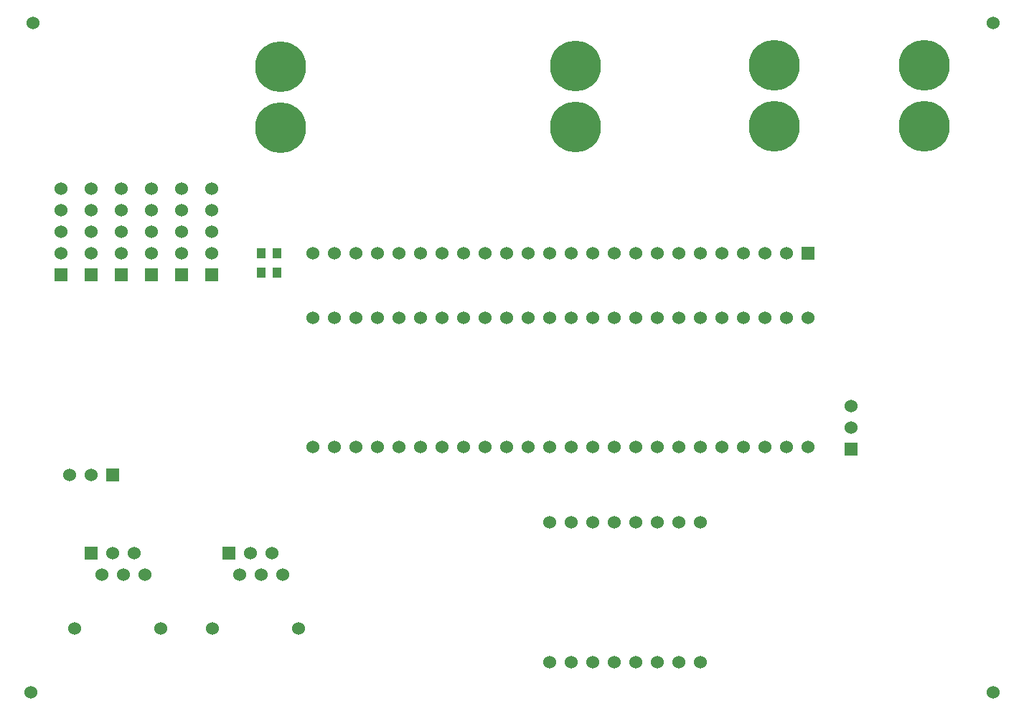
<source format=gbr>
%TF.GenerationSoftware,Altium Limited,Altium Designer,19.1.8 (144)*%
G04 Layer_Color=255*
%FSLAX26Y26*%
%MOIN*%
%TF.FileFunction,Pads,Bot*%
%TF.Part,Single*%
G01*
G75*
%TA.AperFunction,SMDPad,CuDef*%
%ADD17R,0.041339X0.051181*%
%TA.AperFunction,ComponentPad*%
%ADD27C,0.060000*%
%ADD28R,0.060000X0.060000*%
%ADD29C,0.236220*%
%ADD30R,0.060000X0.060000*%
%TA.AperFunction,WasherPad*%
%ADD31C,0.060000*%
D17*
X1292835Y2170000D02*
D03*
X1220000D02*
D03*
X1292835Y2080000D02*
D03*
X1220000D02*
D03*
D27*
X1458583Y1271417D02*
D03*
X1558583D02*
D03*
X1658583D02*
D03*
X1758583D02*
D03*
X1858583D02*
D03*
X1958583D02*
D03*
X2058583D02*
D03*
X2158583D02*
D03*
X2258583D02*
D03*
X2358583D02*
D03*
X2458583D02*
D03*
X2558583D02*
D03*
X2658583D02*
D03*
X2758583D02*
D03*
Y1871417D02*
D03*
X2658583D02*
D03*
X2558583D02*
D03*
X2458583D02*
D03*
X2358583D02*
D03*
X2258583D02*
D03*
X2158583D02*
D03*
X2058583D02*
D03*
X1958583D02*
D03*
X1858583D02*
D03*
X1758583D02*
D03*
X2958583Y1271417D02*
D03*
X3058583D02*
D03*
X3158583D02*
D03*
X3258583D02*
D03*
X3358583D02*
D03*
X3458583D02*
D03*
X3558583D02*
D03*
X3658583D02*
D03*
X3758583D02*
D03*
Y1871417D02*
D03*
X3658583D02*
D03*
X3558583D02*
D03*
X3458583D02*
D03*
X3358583D02*
D03*
X3258583D02*
D03*
X3158583D02*
D03*
X2858583Y1271417D02*
D03*
X1658583Y1871417D02*
D03*
X1558583D02*
D03*
X1458583D02*
D03*
X2858583D02*
D03*
X2958583D02*
D03*
X3058583D02*
D03*
X2658583Y271417D02*
D03*
X2558583D02*
D03*
X2658583Y921417D02*
D03*
X2558583D02*
D03*
X2858583Y271417D02*
D03*
X2758583D02*
D03*
X2858583Y921417D02*
D03*
X2758583D02*
D03*
X3058583Y271417D02*
D03*
X2958583D02*
D03*
X3058583Y921417D02*
D03*
X2958583D02*
D03*
X3158583D02*
D03*
X3258583D02*
D03*
X3158583Y271417D02*
D03*
X3258583D02*
D03*
X3960000Y1460000D02*
D03*
Y1360000D02*
D03*
X290000Y2470000D02*
D03*
Y2170000D02*
D03*
Y2270000D02*
D03*
Y2370000D02*
D03*
X430000Y2470000D02*
D03*
Y2170000D02*
D03*
Y2270000D02*
D03*
Y2370000D02*
D03*
X570000Y2470000D02*
D03*
Y2170000D02*
D03*
Y2270000D02*
D03*
Y2370000D02*
D03*
X710000Y2470000D02*
D03*
Y2170000D02*
D03*
Y2270000D02*
D03*
Y2370000D02*
D03*
X850000Y2470000D02*
D03*
Y2170000D02*
D03*
Y2270000D02*
D03*
Y2370000D02*
D03*
X990000Y2470000D02*
D03*
Y2170000D02*
D03*
Y2270000D02*
D03*
Y2370000D02*
D03*
X678583Y676417D02*
D03*
X578583D02*
D03*
X478583D02*
D03*
X628583Y776417D02*
D03*
X528583D02*
D03*
X753583Y426417D02*
D03*
X353583D02*
D03*
X1318583Y676417D02*
D03*
X1218583D02*
D03*
X1118583D02*
D03*
X1268583Y776417D02*
D03*
X1168583D02*
D03*
X1393583Y426417D02*
D03*
X993583D02*
D03*
X1558583Y2171417D02*
D03*
X1658583D02*
D03*
X1758583D02*
D03*
X1858583D02*
D03*
X2258583D02*
D03*
X2158583D02*
D03*
X2058583D02*
D03*
X1958583D02*
D03*
X2658583D02*
D03*
X2558583D02*
D03*
X2458583D02*
D03*
X2358583D02*
D03*
X3058583D02*
D03*
X2958583D02*
D03*
X2858583D02*
D03*
X2758583D02*
D03*
X3458583D02*
D03*
X3558583D02*
D03*
X3658583D02*
D03*
X3158583D02*
D03*
X3258583D02*
D03*
X3358583D02*
D03*
X1458583D02*
D03*
X330000Y1140000D02*
D03*
X430000D02*
D03*
D28*
X3960000Y1260000D02*
D03*
X290000Y2070000D02*
D03*
X430000D02*
D03*
X570000D02*
D03*
X710000D02*
D03*
X850000D02*
D03*
X990000D02*
D03*
D29*
X4300000Y3043465D02*
D03*
Y2760000D02*
D03*
X3603583Y3044882D02*
D03*
Y2761417D02*
D03*
X1308780Y3036417D02*
D03*
Y2752953D02*
D03*
X2678780Y3041417D02*
D03*
Y2757953D02*
D03*
D30*
X428583Y776417D02*
D03*
X1068583D02*
D03*
X3758583Y2171417D02*
D03*
X530000Y1140000D02*
D03*
D31*
X4620000Y3240000D02*
D03*
Y130000D02*
D03*
X150000D02*
D03*
X160000Y3240000D02*
D03*
%TF.MD5,f6827df0f0663ba3c0b369fd3214170f*%
M02*

</source>
